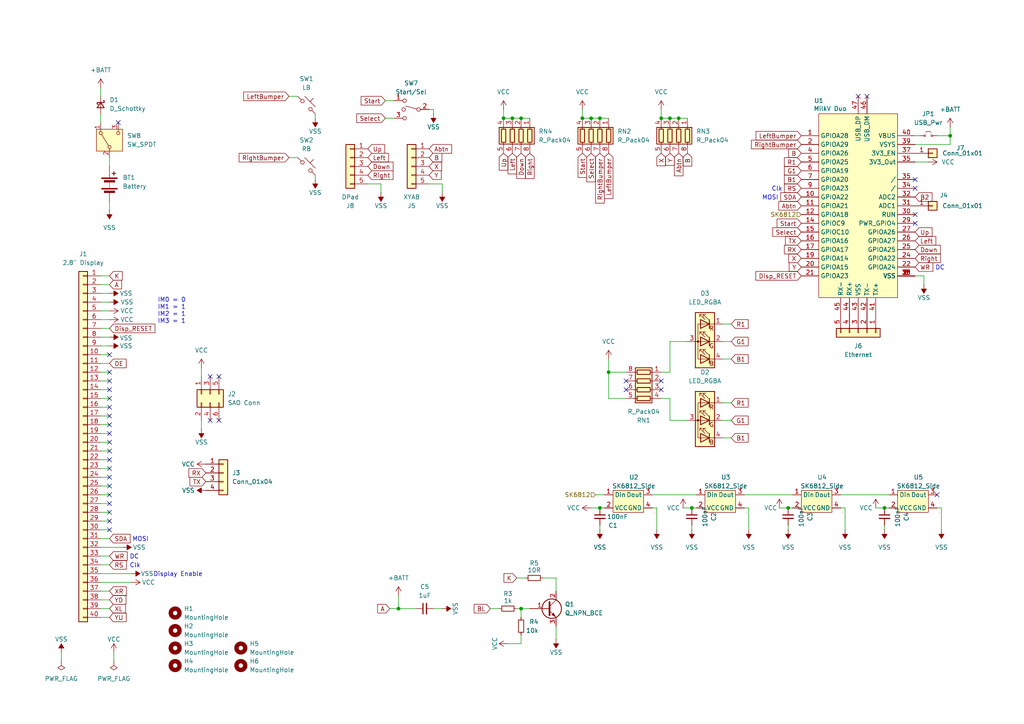
<source format=kicad_sch>
(kicad_sch (version 20231120) (generator "eeschema") (generator_version "8.0")
  (paper "A4")
  (junction (at 173.99 34.29))
  (junction (at 148.59 34.29))
  (junction (at 256.54 147.32))
  (junction (at 151.13 176.53))
  (junction (at 275.59 39.37))
  (junction (at 200.66 147.32))
  (junction (at 191.77 34.29))
  (junction (at 171.45 34.29))
  (junction (at 196.85 34.29))
  (junction (at 176.53 107.95))
  (junction (at 173.99 147.32))
  (junction (at 194.31 34.29))
  (junction (at 146.05 34.29))
  (junction (at 168.91 34.29))
  (junction (at 228.6 147.32))
  (junction (at 115.57 176.53))
  (junction (at 151.13 34.29))
  (no_connect (at 191.77 110.49))
  (no_connect (at 31.75 146.05))
  (no_connect (at 31.75 113.03))
  (no_connect (at 63.5 109.22))
  (no_connect (at 271.78 143.51))
  (no_connect (at 31.75 151.13))
  (no_connect (at 31.75 123.19))
  (no_connect (at 31.75 110.49))
  (no_connect (at 31.75 143.51))
  (no_connect (at 31.75 135.89))
  (no_connect (at 31.75 130.81))
  (no_connect (at 31.75 140.97))
  (no_connect (at 31.75 128.27))
  (no_connect (at 31.75 118.11))
  (no_connect (at 251.46 27.94))
  (no_connect (at 265.43 62.23))
  (no_connect (at 34.29 35.56))
  (no_connect (at 31.75 133.35))
  (no_connect (at 265.43 64.77))
  (no_connect (at 31.75 153.67))
  (no_connect (at 31.75 120.65))
  (no_connect (at 181.61 113.03))
  (no_connect (at 265.43 52.07))
  (no_connect (at 31.75 148.59))
  (no_connect (at 60.96 109.22))
  (no_connect (at 31.75 102.87))
  (no_connect (at 265.43 54.61))
  (no_connect (at 181.61 110.49))
  (no_connect (at 60.96 121.92))
  (no_connect (at 248.92 27.94))
  (no_connect (at 31.75 125.73))
  (no_connect (at 31.75 138.43))
  (no_connect (at 63.5 121.92))
  (no_connect (at 191.77 113.03))
  (no_connect (at 31.75 115.57))
  (no_connect (at 31.75 107.95))
  (wire (pts (xy 173.99 147.32) (xy 175.26 147.32)))
  (wire (pts (xy 190.5 153.67) (xy 190.5 147.32)))
  (wire (pts (xy 161.29 171.45) (xy 161.29 167.64)))
  (wire (pts (xy 29.21 82.55) (xy 31.75 82.55)))
  (wire (pts (xy 29.21 179.07) (xy 31.75 179.07)))
  (wire (pts (xy 29.21 120.65) (xy 31.75 120.65)))
  (wire (pts (xy 273.05 147.32) (xy 271.78 147.32)))
  (wire (pts (xy 29.21 161.29) (xy 31.75 161.29)))
  (wire (pts (xy 29.21 90.17) (xy 31.75 90.17)))
  (wire (pts (xy 29.21 80.01) (xy 31.75 80.01)))
  (wire (pts (xy 161.29 167.64) (xy 157.48 167.64)))
  (wire (pts (xy 215.9 143.51) (xy 229.87 143.51)))
  (wire (pts (xy 243.84 143.51) (xy 257.81 143.51)))
  (wire (pts (xy 29.21 97.79) (xy 31.75 97.79)))
  (wire (pts (xy 191.77 31.75) (xy 191.77 34.29)))
  (wire (pts (xy 194.31 107.95) (xy 191.77 107.95)))
  (wire (pts (xy 200.66 147.32) (xy 201.93 147.32)))
  (wire (pts (xy 189.23 143.51) (xy 201.93 143.51)))
  (wire (pts (xy 149.86 167.64) (xy 152.4 167.64)))
  (wire (pts (xy 267.97 80.01) (xy 265.43 80.01)))
  (wire (pts (xy 29.21 107.95) (xy 31.75 107.95)))
  (wire (pts (xy 271.78 39.37) (xy 275.59 39.37)))
  (wire (pts (xy 142.24 176.53) (xy 144.78 176.53)))
  (wire (pts (xy 128.27 55.88) (xy 128.27 53.34)))
  (wire (pts (xy 196.85 34.29) (xy 199.39 34.29)))
  (wire (pts (xy 29.21 25.4) (xy 29.21 27.94)))
  (wire (pts (xy 245.11 153.67) (xy 245.11 147.32)))
  (wire (pts (xy 217.17 147.32) (xy 215.9 147.32)))
  (wire (pts (xy 83.82 45.72) (xy 86.36 45.72)))
  (wire (pts (xy 273.05 153.67) (xy 273.05 147.32)))
  (wire (pts (xy 29.21 163.83) (xy 31.75 163.83)))
  (wire (pts (xy 146.05 34.29) (xy 148.59 34.29)))
  (wire (pts (xy 29.21 151.13) (xy 31.75 151.13)))
  (wire (pts (xy 29.21 143.51) (xy 31.75 143.51)))
  (wire (pts (xy 29.21 100.33) (xy 31.75 100.33)))
  (wire (pts (xy 147.32 186.69) (xy 151.13 186.69)))
  (wire (pts (xy 200.66 152.4) (xy 200.66 153.67)))
  (wire (pts (xy 171.45 147.32) (xy 173.99 147.32)))
  (wire (pts (xy 146.05 31.75) (xy 146.05 34.29)))
  (wire (pts (xy 190.5 147.32) (xy 189.23 147.32)))
  (wire (pts (xy 226.06 147.32) (xy 228.6 147.32)))
  (wire (pts (xy 29.21 128.27) (xy 31.75 128.27)))
  (wire (pts (xy 17.78 189.23) (xy 17.78 191.77)))
  (wire (pts (xy 110.49 55.88) (xy 110.49 53.34)))
  (wire (pts (xy 168.91 31.75) (xy 168.91 34.29)))
  (wire (pts (xy 31.75 45.72) (xy 31.75 48.26)))
  (wire (pts (xy 91.44 33.02) (xy 91.44 34.29)))
  (wire (pts (xy 125.73 31.75) (xy 125.73 33.02)))
  (wire (pts (xy 29.21 138.43) (xy 31.75 138.43)))
  (wire (pts (xy 29.21 125.73) (xy 31.75 125.73)))
  (wire (pts (xy 58.42 106.68) (xy 58.42 109.22)))
  (wire (pts (xy 194.31 34.29) (xy 196.85 34.29)))
  (wire (pts (xy 228.6 147.32) (xy 229.87 147.32)))
  (wire (pts (xy 245.11 147.32) (xy 243.84 147.32)))
  (wire (pts (xy 209.55 127) (xy 212.09 127)))
  (wire (pts (xy 91.44 50.8) (xy 91.44 52.07)))
  (wire (pts (xy 161.29 181.61) (xy 161.29 185.42)))
  (wire (pts (xy 209.55 99.06) (xy 212.09 99.06)))
  (wire (pts (xy 29.21 176.53) (xy 31.75 176.53)))
  (wire (pts (xy 29.21 140.97) (xy 31.75 140.97)))
  (wire (pts (xy 256.54 152.4) (xy 256.54 153.67)))
  (wire (pts (xy 29.21 130.81) (xy 31.75 130.81)))
  (wire (pts (xy 217.17 153.67) (xy 217.17 147.32)))
  (wire (pts (xy 110.49 53.34) (xy 106.68 53.34)))
  (wire (pts (xy 176.53 107.95) (xy 181.61 107.95)))
  (wire (pts (xy 29.21 158.75) (xy 35.56 158.75)))
  (wire (pts (xy 194.31 115.57) (xy 191.77 115.57)))
  (wire (pts (xy 29.21 171.45) (xy 31.75 171.45)))
  (wire (pts (xy 29.21 173.99) (xy 31.75 173.99)))
  (wire (pts (xy 191.77 34.29) (xy 194.31 34.29)))
  (wire (pts (xy 29.21 118.11) (xy 31.75 118.11)))
  (wire (pts (xy 29.21 85.09) (xy 31.75 85.09)))
  (wire (pts (xy 194.31 99.06) (xy 199.39 99.06)))
  (wire (pts (xy 128.27 53.34) (xy 124.46 53.34)))
  (wire (pts (xy 151.13 34.29) (xy 153.67 34.29)))
  (wire (pts (xy 176.53 107.95) (xy 176.53 104.14)))
  (wire (pts (xy 31.75 58.42) (xy 31.75 60.96)))
  (wire (pts (xy 29.21 135.89) (xy 31.75 135.89)))
  (wire (pts (xy 228.6 152.4) (xy 228.6 153.67)))
  (wire (pts (xy 29.21 92.71) (xy 31.75 92.71)))
  (wire (pts (xy 29.21 123.19) (xy 31.75 123.19)))
  (wire (pts (xy 29.21 133.35) (xy 31.75 133.35)))
  (wire (pts (xy 256.54 147.32) (xy 257.81 147.32)))
  (wire (pts (xy 209.55 121.92) (xy 212.09 121.92)))
  (wire (pts (xy 176.53 115.57) (xy 176.53 107.95)))
  (wire (pts (xy 58.42 121.92) (xy 58.42 124.46)))
  (wire (pts (xy 29.21 168.91) (xy 38.1 168.91)))
  (wire (pts (xy 29.21 87.63) (xy 31.75 87.63)))
  (wire (pts (xy 29.21 156.21) (xy 31.75 156.21)))
  (wire (pts (xy 209.55 104.14) (xy 212.09 104.14)))
  (wire (pts (xy 124.46 31.75) (xy 125.73 31.75)))
  (wire (pts (xy 181.61 115.57) (xy 176.53 115.57)))
  (wire (pts (xy 29.21 153.67) (xy 31.75 153.67)))
  (wire (pts (xy 209.55 116.84) (xy 212.09 116.84)))
  (wire (pts (xy 115.57 172.72) (xy 115.57 176.53)))
  (wire (pts (xy 33.02 189.23) (xy 33.02 191.77)))
  (wire (pts (xy 209.55 93.98) (xy 212.09 93.98)))
  (wire (pts (xy 125.73 176.53) (xy 128.27 176.53)))
  (wire (pts (xy 151.13 176.53) (xy 151.13 179.07)))
  (wire (pts (xy 198.12 147.32) (xy 200.66 147.32)))
  (wire (pts (xy 29.21 105.41) (xy 31.75 105.41)))
  (wire (pts (xy 149.86 176.53) (xy 151.13 176.53)))
  (wire (pts (xy 148.59 34.29) (xy 151.13 34.29)))
  (wire (pts (xy 171.45 34.29) (xy 173.99 34.29)))
  (wire (pts (xy 111.76 29.21) (xy 114.3 29.21)))
  (wire (pts (xy 194.31 121.92) (xy 194.31 115.57)))
  (wire (pts (xy 194.31 121.92) (xy 199.39 121.92)))
  (wire (pts (xy 275.59 39.37) (xy 275.59 36.83)))
  (wire (pts (xy 265.43 39.37) (xy 266.7 39.37)))
  (wire (pts (xy 115.57 176.53) (xy 120.65 176.53)))
  (wire (pts (xy 172.72 143.51) (xy 175.26 143.51)))
  (wire (pts (xy 151.13 186.69) (xy 151.13 184.15)))
  (wire (pts (xy 29.21 113.03) (xy 31.75 113.03)))
  (wire (pts (xy 265.43 41.91) (xy 275.59 41.91)))
  (wire (pts (xy 267.97 82.55) (xy 267.97 80.01)))
  (wire (pts (xy 151.13 176.53) (xy 153.67 176.53)))
  (wire (pts (xy 275.59 41.91) (xy 275.59 39.37)))
  (wire (pts (xy 254 147.32) (xy 256.54 147.32)))
  (wire (pts (xy 168.91 34.29) (xy 171.45 34.29)))
  (wire (pts (xy 173.99 152.4) (xy 173.99 153.67)))
  (wire (pts (xy 173.99 34.29) (xy 176.53 34.29)))
  (wire (pts (xy 29.21 95.25) (xy 31.75 95.25)))
  (wire (pts (xy 29.21 166.37) (xy 38.1 166.37)))
  (wire (pts (xy 29.21 148.59) (xy 31.75 148.59)))
  (wire (pts (xy 29.21 115.57) (xy 31.75 115.57)))
  (wire (pts (xy 29.21 35.56) (xy 29.21 33.02)))
  (wire (pts (xy 29.21 110.49) (xy 31.75 110.49)))
  (wire (pts (xy 265.43 46.99) (xy 269.24 46.99)))
  (wire (pts (xy 29.21 146.05) (xy 31.75 146.05)))
  (wire (pts (xy 83.82 27.94) (xy 86.36 27.94)))
  (wire (pts (xy 113.03 176.53) (xy 115.57 176.53)))
  (wire (pts (xy 111.76 34.29) (xy 114.3 34.29)))
  (wire (pts (xy 29.21 102.87) (xy 31.75 102.87)))
  (wire (pts (xy 194.31 99.06) (xy 194.31 107.95)))
  (text "DC" (at 271.272 78.486 0) (effects (font (size 1.27 1.27)) (justify left bottom)))
  (text "Clk\n" (at 223.774 55.626 0) (effects (font (size 1.27 1.27)) (justify left bottom)))
  (text "Clk\n" (at 37.592 164.846 0) (effects (font (size 1.27 1.27)) (justify left bottom)))
  (text "Display Enable\n" (at 44.45 167.386 0) (effects (font (size 1.27 1.27)) (justify left bottom)))
  (text "MOSI" (at 225.806 58.166 0) (effects (font (size 1.27 1.27)) (justify right bottom)))
  (text "MOSI" (at 38.354 157.226 0) (effects (font (size 1.27 1.27)) (justify left bottom)))
  (text "IM0 = 0\nIM1 = 1\nIM2 = 1\nIM3 = 1" (at 45.72 93.98 0) (effects (font (size 1.27 1.27)) (justify left bottom)))
  (text "DC" (at 37.592 162.306 0) (effects (font (size 1.27 1.27)) (justify left bottom)))
  (global_label "B2" (shape input) (at 265.43 57.15 0) (property "Intersheetrefs" "${INTERSHEET_REFS}" (effects (hide yes))))
  (global_label "LeftBumper" (shape input) (at 83.82 27.94 180) (property "Intersheetrefs" "${INTERSHEET_REFS}" (effects (hide yes))))
  (global_label "RX" (shape input) (at 232.41 72.39 180) (property "Intersheetrefs" "${INTERSHEET_REFS}" (effects (hide yes))))
  (global_label "Y" (shape input) (at 124.46 50.8 0) (property "Intersheetrefs" "${INTERSHEET_REFS}" (effects (hide yes))))
  (global_label "B" (shape input) (at 232.41 44.45 180) (property "Intersheetrefs" "${INTERSHEET_REFS}" (effects (hide yes))))
  (global_label "Disp_RESET" (shape input) (at 31.75 95.25 0) (property "Intersheetrefs" "${INTERSHEET_REFS}" (effects (hide yes))))
  (global_label "B1" (shape input) (at 212.09 127 0) (property "Intersheetrefs" "${INTERSHEET_REFS}" (effects (hide yes))))
  (global_label "Abtn" (shape input) (at 196.85 44.45 270) (property "Intersheetrefs" "${INTERSHEET_REFS}" (effects (hide yes))))
  (global_label "R1" (shape input) (at 232.41 46.99 180) (property "Intersheetrefs" "${INTERSHEET_REFS}" (effects (hide yes))))
  (global_label "G1" (shape input) (at 232.41 49.53 180) (property "Intersheetrefs" "${INTERSHEET_REFS}" (effects (hide yes))))
  (global_label "Up" (shape input) (at 106.68 43.18 0) (property "Intersheetrefs" "${INTERSHEET_REFS}" (effects (hide yes))))
  (global_label "Right" (shape input) (at 153.67 44.45 270) (property "Intersheetrefs" "${INTERSHEET_REFS}" (effects (hide yes))))
  (global_label "K" (shape input) (at 149.86 167.64 180) (property "Intersheetrefs" "${INTERSHEET_REFS}" (effects (hide yes))))
  (global_label "R1" (shape input) (at 212.09 93.98 0) (property "Intersheetrefs" "${INTERSHEET_REFS}" (effects (hide yes))))
  (global_label "RightBumper" (shape input) (at 232.41 41.91 180) (property "Intersheetrefs" "${INTERSHEET_REFS}" (effects (hide yes))))
  (global_label "B1" (shape input) (at 232.41 52.07 180) (property "Intersheetrefs" "${INTERSHEET_REFS}" (effects (hide yes))))
  (global_label "X" (shape input) (at 124.46 48.26 0) (property "Intersheetrefs" "${INTERSHEET_REFS}" (effects (hide yes))))
  (global_label "Left" (shape input) (at 148.59 44.45 270) (property "Intersheetrefs" "${INTERSHEET_REFS}" (effects (hide yes))))
  (global_label "Y" (shape input) (at 232.41 77.47 180) (property "Intersheetrefs" "${INTERSHEET_REFS}" (effects (hide yes))))
  (global_label "Abtn" (shape input) (at 232.41 59.69 180) (property "Intersheetrefs" "${INTERSHEET_REFS}" (effects (hide yes))))
  (global_label "WR" (shape input) (at 31.75 161.29 0) (property "Intersheetrefs" "${INTERSHEET_REFS}" (effects (hide yes))))
  (global_label "Right" (shape input) (at 265.43 74.93 0) (property "Intersheetrefs" "${INTERSHEET_REFS}" (effects (hide yes))))
  (global_label "Right" (shape input) (at 106.68 50.8 0) (property "Intersheetrefs" "${INTERSHEET_REFS}" (effects (hide yes))))
  (global_label "Left" (shape input) (at 265.43 69.85 0) (property "Intersheetrefs" "${INTERSHEET_REFS}" (effects (hide yes))))
  (global_label "Select" (shape input) (at 111.76 34.29 180) (property "Intersheetrefs" "${INTERSHEET_REFS}" (effects (hide yes))))
  (global_label "G1" (shape input) (at 212.09 121.92 0) (property "Intersheetrefs" "${INTERSHEET_REFS}" (effects (hide yes))))
  (global_label "Down" (shape input) (at 265.43 72.39 0) (property "Intersheetrefs" "${INTERSHEET_REFS}" (effects (hide yes))))
  (global_label "Select" (shape input) (at 171.45 44.45 270) (property "Intersheetrefs" "${INTERSHEET_REFS}" (effects (hide yes))))
  (global_label "SDA" (shape input) (at 232.41 57.15 180) (property "Intersheetrefs" "${INTERSHEET_REFS}" (effects (hide yes))))
  (global_label "XR" (shape input) (at 31.75 171.45 0) (property "Intersheetrefs" "${INTERSHEET_REFS}" (effects (hide yes))))
  (global_label "XL" (shape input) (at 31.75 176.53 0) (property "Intersheetrefs" "${INTERSHEET_REFS}" (effects (hide yes))))
  (global_label "TX" (shape input) (at 232.41 69.85 180) (property "Intersheetrefs" "${INTERSHEET_REFS}" (effects (hide yes))))
  (global_label "Select" (shape input) (at 232.41 67.31 180) (property "Intersheetrefs" "${INTERSHEET_REFS}" (effects (hide yes))))
  (global_label "Up" (shape input) (at 265.43 67.31 0) (property "Intersheetrefs" "${INTERSHEET_REFS}" (effects (hide yes))))
  (global_label "Left" (shape input) (at 106.68 45.72 0) (property "Intersheetrefs" "${INTERSHEET_REFS}" (effects (hide yes))))
  (global_label "Down" (shape input) (at 151.13 44.45 270) (property "Intersheetrefs" "${INTERSHEET_REFS}" (effects (hide yes))))
  (global_label "SDA" (shape input) (at 31.75 156.21 0) (property "Intersheetrefs" "${INTERSHEET_REFS}" (effects (hide yes))))
  (global_label "B1" (shape input) (at 212.09 104.14 0) (property "Intersheetrefs" "${INTERSHEET_REFS}" (effects (hide yes))))
  (global_label "X" (shape input) (at 191.77 44.45 270) (property "Intersheetrefs" "${INTERSHEET_REFS}" (effects (hide yes))))
  (global_label "B" (shape input) (at 199.39 44.45 270) (property "Intersheetrefs" "${INTERSHEET_REFS}" (effects (hide yes))))
  (global_label "Up" (shape input) (at 146.05 44.45 270) (property "Intersheetrefs" "${INTERSHEET_REFS}" (effects (hide yes))))
  (global_label "Abtn" (shape input) (at 124.46 43.18 0) (property "Intersheetrefs" "${INTERSHEET_REFS}" (effects (hide yes))))
  (global_label "BL" (shape input) (at 142.24 176.53 180) (property "Intersheetrefs" "${INTERSHEET_REFS}" (effects (hide yes))))
  (global_label "Disp_RESET" (shape input) (at 232.41 80.01 180) (property "Intersheetrefs" "${INTERSHEET_REFS}" (effects (hide yes))))
  (global_label "RightBumper" (shape input) (at 83.82 45.72 180) (property "Intersheetrefs" "${INTERSHEET_REFS}" (effects (hide yes))))
  (global_label "TX" (shape input) (at 59.69 139.7 180) (property "Intersheetrefs" "${INTERSHEET_REFS}" (effects (hide yes))))
  (global_label "A" (shape input) (at 31.75 82.55 0) (property "Intersheetrefs" "${INTERSHEET_REFS}" (effects (hide yes))))
  (global_label "Start" (shape input) (at 111.76 29.21 180) (property "Intersheetrefs" "${INTERSHEET_REFS}" (effects (hide yes))))
  (global_label "Down" (shape input) (at 106.68 48.26 0) (property "Intersheetrefs" "${INTERSHEET_REFS}" (effects (hide yes))))
  (global_label "RS" (shape input) (at 232.41 54.61 180) (property "Intersheetrefs" "${INTERSHEET_REFS}" (effects (hide yes))))
  (global_label "RX" (shape input) (at 59.69 137.16 180) (property "Intersheetrefs" "${INTERSHEET_REFS}" (effects (hide yes))))
  (global_label "RightBumper" (shape input) (at 173.99 44.45 270) (property "Intersheetrefs" "${INTERSHEET_REFS}" (effects (hide yes))))
  (global_label "YU" (shape input) (at 31.75 179.07 0) (property "Intersheetrefs" "${INTERSHEET_REFS}" (effects (hide yes))))
  (global_label "B" (shape input) (at 124.46 45.72 0) (property "Intersheetrefs" "${INTERSHEET_REFS}" (effects (hide yes))))
  (global_label "X" (shape input) (at 232.41 74.93 180) (property "Intersheetrefs" "${INTERSHEET_REFS}" (effects (hide yes))))
  (global_label "LeftBumper" (shape input) (at 176.53 44.45 270) (property "Intersheetrefs" "${INTERSHEET_REFS}" (effects (hide yes))))
  (global_label "Y" (shape input) (at 194.31 44.45 270) (property "Intersheetrefs" "${INTERSHEET_REFS}" (effects (hide yes))))
  (global_label "Start" (shape input) (at 232.41 64.77 180) (property "Intersheetrefs" "${INTERSHEET_REFS}" (effects (hide yes))))
  (global_label "R1" (shape input) (at 212.09 116.84 0) (property "Intersheetrefs" "${INTERSHEET_REFS}" (effects (hide yes))))
  (global_label "Start" (shape input) (at 168.91 44.45 270) (property "Intersheetrefs" "${INTERSHEET_REFS}" (effects (hide yes))))
  (global_label "YD" (shape input) (at 31.75 173.99 0) (property "Intersheetrefs" "${INTERSHEET_REFS}" (effects (hide yes))))
  (global_label "WR" (shape input) (at 265.43 77.47 0) (property "Intersheetrefs" "${INTERSHEET_REFS}" (effects (hide yes))))
  (global_label "A" (shape input) (at 113.03 176.53 180) (property "Intersheetrefs" "${INTERSHEET_REFS}" (effects (hide yes))))
  (global_label "G1" (shape input) (at 212.09 99.06 0) (property "Intersheetrefs" "${INTERSHEET_REFS}" (effects (hide yes))))
  (global_label "DE" (shape input) (at 31.75 105.41 0) (property "Intersheetrefs" "${INTERSHEET_REFS}" (effects (hide yes))))
  (global_label "K" (shape input) (at 31.75 80.01 0) (property "Intersheetrefs" "${INTERSHEET_REFS}" (effects (hide yes))))
  (global_label "RS" (shape input) (at 31.75 163.83 0) (property "Intersheetrefs" "${INTERSHEET_REFS}" (effects (hide yes))))
  (global_label "LeftBumper" (shape input) (at 232.41 39.37 180) (property "Intersheetrefs" "${INTERSHEET_REFS}" (effects (hide yes))))
  (hierarchical_label "SK6812" (shape input) (at 232.41 62.23 180))
  (hierarchical_label "SK6812" (shape input) (at 172.72 143.51 180))
  (symbol (lib_id "Connector_Generic:Conn_01x01") (at 270.51 59.69 0) (unit 1)
    (property "Reference" "J4" (at 272.542 56.642 0) (effects (justify left)))
    (property "Value" "Conn_01x01" (at 273.304 59.69 0) (effects (justify left)))
    (property "Footprint" "Connector_PinHeader_2.54mm:PinHeader_1x01_P2.54mm_Vertical" (effects (hide yes)))
    (property "Description" "Generic connector, single row, 01x01, script generated (kicad-library-utils/schlib/autogen/connector/)" (effects (hide yes)))
  )
  (symbol (lib_id "Connector_Generic:Conn_02x03_Odd_Even") (at 60.96 114.3 90) (mirror x) (unit 1)
    (property "Reference" "J2" (at 66.04 114.2999 90) (effects (justify right)))
    (property "Value" "SAO Conn" (at 66.04 116.8399 90) (effects (justify right)))
    (property "Footprint" "Connector_PinSocket_2.54mm:PinSocket_2x03_P2.54mm_Vertical" (effects (hide yes)))
  )
  (symbol (lib_id "power:VCC") (at 31.75 90.17 270) (mirror x) (unit 1)
    (property "Reference" "#PWR03" (effects (hide yes)))
    (property "Value" "VCC" (at 36.83 90.17 90))
  )
  (symbol (lib_id "power:+BATT") (at 115.57 172.72 0) (unit 1)
    (property "Reference" "#PWR011" (effects (hide yes)))
    (property "Value" "+BATT" (at 115.57 167.64 0))
    (property "Description" "Power symbol creates a global label with name \"+BATT\"" (effects (hide yes)))
  )
  (symbol (lib_id "power:VSS") (at 35.56 158.75 270) (unit 1)
    (property "Reference" "#PWR05" (effects (hide yes)))
    (property "Value" "VSS" (at 40.386 158.75 90))
  )
  (symbol (lib_id "Device:C_Small") (at 200.66 149.86 0) (unit 1)
    (property "Reference" "C2" (at 207.01 149.86 90))
    (property "Value" "100nF" (at 204.47 149.86 90))
    (property "Footprint" "Capacitor_SMD:C_0805_2012Metric" (effects (hide yes)))
  )
  (symbol (lib_id "power:VCC") (at 31.75 92.71 270) (mirror x) (unit 1)
    (property "Reference" "#PWR04" (effects (hide yes)))
    (property "Value" "VCC" (at 36.83 92.71 90))
  )
  (symbol (lib_id "Connector_Generic:Conn_01x01") (at 270.51 44.45 0) (unit 1)
    (property "Reference" "J7" (at 277.368 42.926 0) (effects (justify left)))
    (property "Value" "Conn_01x01" (at 273.304 44.45 0) (effects (justify left)))
    (property "Footprint" "Connector_PinHeader_2.54mm:PinHeader_1x01_P2.54mm_Vertical" (effects (hide yes)))
    (property "Description" "Generic connector, single row, 01x01, script generated (kicad-library-utils/schlib/autogen/connector/)" (effects (hide yes)))
  )
  (symbol (lib_id "power:VSS") (at 273.05 153.67 180) (unit 1)
    (property "Reference" "#PWR032" (effects (hide yes)))
    (property "Value" "VSS" (at 273.05 158.75 0))
  )
  (symbol (lib_id "power:VCC") (at 33.02 189.23 0) (mirror y) (unit 1)
    (property "Reference" "#PWR039" (effects (hide yes)))
    (property "Value" "VCC" (at 33.02 185.42 0))
  )
  (symbol (lib_name "SK6812_Side_2") (lib_id "BSides22:SK6812_Side") (at 182.88 140.97 0) (unit 1)
    (property "Reference" "U2" (at 183.8325 138.43 0))
    (property "Value" "SK6812_Side" (at 183.8325 140.97 0))
    (property "Footprint" "UE_LED:SK6812SIDE-A-RVS" (effects (hide yes)))
  )
  (symbol (lib_id "power:VCC") (at 147.32 186.69 90) (mirror x) (unit 1)
    (property "Reference" "#PWR035" (effects (hide yes)))
    (property "Value" "VCC" (at 143.51 186.69 0))
  )
  (symbol (lib_id "Device:R_Pack04") (at 194.31 39.37 180) (unit 1)
    (property "Reference" "RN3" (at 201.93 38.0999 0) (effects (justify right)))
    (property "Value" "R_Pack04" (at 201.93 40.6399 0) (effects (justify right)))
    (property "Footprint" "Resistor_SMD:R_Array_Convex_4x0603" (effects (hide yes)))
    (property "Description" "4 resistor network, parallel topology" (effects (hide yes)))
  )
  (symbol (lib_id "power:VSS") (at 173.99 153.67 180) (unit 1)
    (property "Reference" "#PWR022" (effects (hide yes)))
    (property "Value" "VSS" (at 173.99 158.75 0))
  )
  (symbol (lib_id "power:VSS") (at 267.97 82.55 180) (unit 1)
    (property "Reference" "#PWR046" (effects (hide yes)))
    (property "Value" "VSS" (at 267.97 86.36 0))
  )
  (symbol (lib_name "VCC_1") (lib_id "power:VCC") (at 168.91 31.75 0) (unit 1)
    (property "Reference" "#PWR019" (effects (hide yes)))
    (property "Value" "VCC" (at 168.91 26.67 0))
    (property "Description" "Power symbol creates a global label with name \"VCC\"" (effects (hide yes)))
  )
  (symbol (lib_id "power:VCC") (at 171.45 147.32 90) (unit 1)
    (property "Reference" "#PWR021" (effects (hide yes)))
    (property "Value" "VCC" (at 166.37 147.32 90))
  )
  (symbol (lib_name "LED_RGBA_1") (lib_id "Device:LED_RGBA") (at 204.47 99.06 0) (mirror y) (unit 1)
    (property "Reference" "D3" (at 204.47 85.09 0))
    (property "Value" "LED_RGBA" (at 204.47 87.63 0))
    (property "Footprint" "UE_LED:XL-3227RGB_LED" (effects (hide yes)))
  )
  (symbol (lib_id "Jumper:Jumper_2_Small_Open") (at 269.24 39.37 0) (unit 1) (exclude_from_sim yes)
    (property "Reference" "JP1" (at 269.24 33.02 0))
    (property "Value" "USB_Pwr" (at 269.24 35.56 0))
    (property "Footprint" "Jumper:SolderJumper-2_P1.3mm_Open_TrianglePad1.0x1.5mm" (effects (hide yes)))
    (property "Description" "Jumper, 2-pole, small symbol, open" (effects (hide yes)))
  )
  (symbol (lib_id "power:VCC") (at 176.53 104.14 0) (mirror y) (unit 1)
    (property "Reference" "#PWR015" (effects (hide yes)))
    (property "Value" "VCC" (at 176.53 99.06 0))
  )
  (symbol (lib_id "power:PWR_FLAG") (at 17.78 191.77 180) (unit 1)
    (property "Reference" "#FLG02" (effects (hide yes)))
    (property "Value" "PWR_FLAG" (at 17.78 196.85 0))
  )
  (symbol (lib_id "power:+BATT") (at 275.59 36.83 0) (unit 1)
    (property "Reference" "#PWR040" (effects (hide yes)))
    (property "Value" "+BATT" (at 275.59 31.75 0))
    (property "Description" "Power symbol creates a global label with name \"+BATT\"" (effects (hide yes)))
  )
  (symbol (lib_id "Mechanical:MountingHole") (at 69.85 193.04 0) (unit 1)
    (property "Reference" "H6" (at 72.39 191.7699 0) (effects (justify left)))
    (property "Value" "MountingHole" (at 72.39 194.3099 0) (effects (justify left)))
    (property "Footprint" "MountingHole:MountingHole_3.2mm_M3" (effects (hide yes)))
    (property "Description" "Mounting Hole without connection" (effects (hide yes)))
  )
  (symbol (lib_id "power:VSS") (at 128.27 55.88 180) (unit 1)
    (property "Reference" "#PWR014" (effects (hide yes)))
    (property "Value" "VSS" (at 128.27 59.69 0))
  )
  (symbol (lib_id "power:VSS") (at 256.54 153.67 180) (unit 1)
    (property "Reference" "#PWR031" (effects (hide yes)))
    (property "Value" "VSS" (at 256.54 158.75 0))
  )
  (symbol (lib_id "Device:C_Small") (at 173.99 149.86 0) (unit 1)
    (property "Reference" "C1" (at 177.8 152.4 0))
    (property "Value" "100nF" (at 179.07 149.86 0))
    (property "Footprint" "Capacitor_SMD:C_0805_2012Metric" (effects (hide yes)))
  )
  (symbol (lib_id "power:VSS") (at 91.44 52.07 180) (unit 1)
    (property "Reference" "#PWR013" (effects (hide yes)))
    (property "Value" "VSS" (at 91.44 55.88 0))
  )
  (symbol (lib_name "VCC_1") (lib_id "power:VCC") (at 146.05 31.75 0) (unit 1)
    (property "Reference" "#PWR033" (effects (hide yes)))
    (property "Value" "VCC" (at 146.05 26.67 0))
    (property "Description" "Power symbol creates a global label with name \"VCC\"" (effects (hide yes)))
  )
  (symbol (lib_name "VCC_1") (lib_id "power:VCC") (at 38.1 168.91 270) (unit 1)
    (property "Reference" "#PWR037" (effects (hide yes)))
    (property "Value" "VCC" (at 41.148 168.91 90) (effects (justify left)))
    (property "Description" "Power symbol creates a global label with name \"VCC\"" (effects (hide yes)))
  )
  (symbol (lib_id "power:VSS") (at 17.78 189.23 0) (unit 1)
    (property "Reference" "#PWR038" (effects (hide yes)))
    (property "Value" "VSS" (at 17.78 185.42 0))
  )
  (symbol (lib_id "Device:R_Pack04") (at 171.45 39.37 180) (unit 1)
    (property "Reference" "RN2" (at 179.07 38.0999 0) (effects (justify right)))
    (property "Value" "R_Pack04" (at 179.07 40.6399 0) (effects (justify right)))
    (property "Footprint" "Resistor_SMD:R_Array_Convex_4x0603" (effects (hide yes)))
    (property "Description" "4 resistor network, parallel topology" (effects (hide yes)))
  )
  (symbol (lib_id "Switch:SW_SPDT_MSM") (at 119.38 31.75 0) (mirror y) (unit 1)
    (property "Reference" "SW7" (at 119.253 24.13 0))
    (property "Value" "Start/Sel" (at 119.253 26.67 0))
    (property "Footprint" "UE_Buttons:StartSel-Dome" (effects (hide yes)))
  )
  (symbol (lib_id "Connector_Generic:Conn_01x05") (at 101.6 48.26 0) (mirror y) (unit 1)
    (property "Reference" "J8" (at 101.6 59.69 0))
    (property "Value" "DPad" (at 101.6 57.15 0))
    (property "Footprint" "UE_Buttons:Xbox_DPad" (effects (hide yes)))
    (property "Description" "Generic connector, single row, 01x05, script generated (kicad-library-utils/schlib/autogen/connector/)" (effects (hide yes)))
  )
  (symbol (lib_id "power:VSS") (at 31.75 87.63 270) (unit 1)
    (property "Reference" "#PWR02" (effects (hide yes)))
    (property "Value" "VSS" (at 36.83 87.63 90))
  )
  (symbol (lib_id "Connector_Generic:Conn_01x05") (at 119.38 48.26 0) (mirror y) (unit 1)
    (property "Reference" "J5" (at 119.38 59.69 0))
    (property "Value" "XYAB" (at 119.38 57.15 0))
    (property "Footprint" "UE_Buttons:Xbox_DPad" (effects (hide yes)))
    (property "Description" "Generic connector, single row, 01x05, script generated (kicad-library-utils/schlib/autogen/connector/)" (effects (hide yes)))
  )
  (symbol (lib_name "LED_RGBA_1") (lib_id "Device:LED_RGBA") (at 204.47 121.92 0) (mirror y) (unit 1)
    (property "Reference" "D2" (at 204.47 107.95 0))
    (property "Value" "LED_RGBA" (at 204.47 110.49 0))
    (property "Footprint" "UE_LED:XL-3227RGB_LED" (effects (hide yes)))
  )
  (symbol (lib_id "power:VSS") (at 91.44 34.29 180) (unit 1)
    (property "Reference" "#PWR012" (effects (hide yes)))
    (property "Value" "VSS" (at 91.44 38.1 0))
  )
  (symbol (lib_id "Device:R_Pack04") (at 148.59 39.37 180) (unit 1)
    (property "Reference" "RN4" (at 156.21 38.0999 0) (effects (justify right)))
    (property "Value" "R_Pack04" (at 156.21 40.6399 0) (effects (justify right)))
    (property "Footprint" "Resistor_SMD:R_Array_Convex_4x0603" (effects (hide yes)))
    (property "Description" "4 resistor network, parallel topology" (effects (hide yes)))
  )
  (symbol (lib_id "Device:C_Small") (at 123.19 176.53 90) (unit 1)
    (property "Reference" "C5" (at 123.1963 170.18 90))
    (property "Value" "1uF" (at 123.1963 172.72 90))
    (property "Footprint" "Capacitor_SMD:C_0805_2012Metric" (effects (hide yes)))
  )
  (symbol (lib_name "SK6812_Side_7") (lib_id "BSides22:SK6812_Side") (at 265.43 140.97 0) (unit 1)
    (property "Reference" "U5" (at 266.3825 138.43 0))
    (property "Value" "SK6812_Side" (at 266.3825 140.97 0))
    (property "Footprint" "UE_LED:SK6812SIDE-A-RVS" (effects (hide yes)))
  )
  (symbol (lib_name "VCC_1") (lib_id "power:VCC") (at 58.42 106.68 0) (unit 1)
    (property "Reference" "#PWR016" (effects (hide yes)))
    (property "Value" "VCC" (at 58.42 101.6 0))
    (property "Description" "Power symbol creates a global label with name \"VCC\"" (effects (hide yes)))
  )
  (symbol (lib_id "Device:R_Small") (at 151.13 181.61 180) (unit 1)
    (property "Reference" "R4" (at 156.21 180.34 0) (effects (justify left)))
    (property "Value" "10k" (at 156.21 182.88 0) (effects (justify left)))
    (property "Footprint" "Resistor_SMD:R_0805_2012Metric" (effects (hide yes)))
  )
  (symbol (lib_name "SK6812_Side_1") (lib_id "BSides22:SK6812_Side") (at 209.55 140.97 0) (unit 1)
    (property "Reference" "U3" (at 210.5025 138.43 0))
    (property "Value" "SK6812_Side" (at 210.5025 140.97 0))
    (property "Footprint" "UE_LED:SK6812SIDE-A-RVS" (effects (hide yes)))
  )
  (symbol (lib_id "power:VSS") (at 125.73 33.02 180) (unit 1)
    (property "Reference" "#PWR018" (effects (hide yes)))
    (property "Value" "VSS" (at 125.73 36.83 0))
  )
  (symbol (lib_id "power:VCC") (at 226.06 147.32 0) (unit 1)
    (property "Reference" "#PWR027" (effects (hide yes)))
    (property "Value" "VCC" (at 223.52 147.32 0))
  )
  (symbol (lib_id "Mechanical:MountingHole") (at 69.85 187.96 0) (unit 1)
    (property "Reference" "H5" (at 72.39 186.6899 0) (effects (justify left)))
    (property "Value" "MountingHole" (at 72.39 189.2299 0) (effects (justify left)))
    (property "Footprint" "MountingHole:MountingHole_3.2mm_M3" (effects (hide yes)))
    (property "Description" "Mounting Hole without connection" (effects (hide yes)))
  )
  (symbol (lib_id "Device:R_Small") (at 154.94 167.64 90) (unit 1)
    (property "Reference" "R5" (at 154.94 163.322 90))
    (property "Value" "10R" (at 154.94 165.354 90))
    (property "Footprint" "Resistor_SMD:R_0805_2012Metric" (effects (hide yes)))
  )
  (symbol (lib_id "power:VSS") (at 31.75 60.96 180) (unit 1)
    (property "Reference" "#PWR01" (effects (hide yes)))
    (property "Value" "VSS" (at 31.75 66.04 0))
    (property "Description" "Power symbol creates a global label with name \"VSS\"" (effects (hide yes)))
  )
  (symbol (lib_id "Switch:SW_Push_45deg") (at 88.9 30.48 0) (unit 1)
    (property "Reference" "SW1" (at 88.9 22.86 0))
    (property "Value" "LB" (at 88.9 25.4 0))
    (property "Footprint" "UE_Buttons:TSB003A3518A_RightAngle_Anchor" (effects (hide yes)))
  )
  (symbol (lib_id "Connector_Generic:Conn_01x40") (at 24.13 128.27 0) (mirror y) (unit 1)
    (property "Reference" "J1" (at 24.13 73.66 0))
    (property "Value" "2.8\" Display" (at 24.13 76.2 0))
    (property "Footprint" "UE-Connector:Omron_XF2M-4015-1A_1x40-1MP_P0.5mm_Horizontal" (effects (hide yes)))
  )
  (symbol (lib_id "power:VSS") (at 38.1 166.37 270) (unit 1)
    (property "Reference" "#PWR09" (effects (hide yes)))
    (property "Value" "VSS" (at 42.672 166.37 90))
  )
  (symbol (lib_id "Device:R_Small") (at 147.32 176.53 90) (unit 1)
    (property "Reference" "R3" (at 147.32 172.212 90))
    (property "Value" "1k" (at 147.32 174.244 90))
    (property "Footprint" "Resistor_SMD:R_0805_2012Metric" (effects (hide yes)))
  )
  (symbol (lib_id "Device:C_Small") (at 228.6 149.86 0) (unit 1)
    (property "Reference" "C3" (at 234.95 149.86 90))
    (property "Value" "100nF" (at 232.41 149.86 90))
    (property "Footprint" "Capacitor_SMD:C_0805_2012Metric" (effects (hide yes)))
  )
  (symbol (lib_id "Mechanical:MountingHole") (at 50.8 187.96 0) (unit 1)
    (property "Reference" "H3" (at 53.34 186.6899 0) (effects (justify left)))
    (property "Value" "MountingHole" (at 53.34 189.2299 0) (effects (justify left)))
    (property "Footprint" "MountingHole:MountingHole_3.2mm_M3" (effects (hide yes)))
    (property "Description" "Mounting Hole without connection" (effects (hide yes)))
  )
  (symbol (lib_id "power:VSS") (at 228.6 153.67 180) (unit 1)
    (property "Reference" "#PWR028" (effects (hide yes)))
    (property "Value" "VSS" (at 228.6 158.75 0))
  )
  (symbol (lib_id "power:+BATT") (at 29.21 25.4 0) (unit 1)
    (property "Reference" "#PWR041" (effects (hide yes)))
    (property "Value" "+BATT" (at 29.21 20.32 0))
    (property "Description" "Power symbol creates a global label with name \"+BATT\"" (effects (hide yes)))
  )
  (symbol (lib_id "Device:C_Small") (at 256.54 149.86 0) (unit 1)
    (property "Reference" "C4" (at 262.89 149.86 90))
    (property "Value" "100nF" (at 260.35 149.86 90))
    (property "Footprint" "Capacitor_SMD:C_0805_2012Metric" (effects (hide yes)))
  )
  (symbol (lib_id "Device:D_Schottky_Small") (at 29.21 30.48 270) (unit 1)
    (property "Reference" "D1" (at 31.75 28.9559 90) (effects (justify left)))
    (property "Value" "D_Schottky" (at 31.75 31.4959 90) (effects (justify left)))
    (property "Footprint" "Diode_SMD:D_0805_2012Metric" (effects (hide yes)))
    (property "Description" "Schottky diode, small symbol" (effects (hide yes)))
  )
  (symbol (lib_id "power:VSS") (at 200.66 153.67 180) (unit 1)
    (property "Reference" "#PWR025" (effects (hide yes)))
    (property "Value" "VSS" (at 200.66 158.75 0))
  )
  (symbol (lib_id "Switch:SW_Push_45deg") (at 88.9 48.26 0) (unit 1)
    (property "Reference" "SW2" (at 88.9 40.64 0))
    (property "Value" "RB" (at 88.9 43.18 0))
    (property "Footprint" "UE_Buttons:TSB003A3518A_RightAngle_Anchor" (effects (hide yes)))
  )
  (symbol (lib_id "Device:R_Pack04") (at 186.69 113.03 90) (mirror x) (unit 1)
    (property "Reference" "RN1" (at 186.69 121.92 90))
    (property "Value" "R_Pack04" (at 186.69 119.38 90))
    (property "Footprint" "Resistor_SMD:R_Array_Convex_4x0603" (effects (hide yes)))
    (property "Description" "4 resistor network, parallel topology" (effects (hide yes)))
  )
  (symbol (lib_id "power:VSS") (at 31.75 100.33 270) (unit 1)
    (property "Reference" "#PWR08" (effects (hide yes)))
    (property "Value" "VSS" (at 36.576 100.33 90))
  )
  (symbol (lib_id "Device:Battery") (at 31.75 53.34 0) (unit 1)
    (property "Reference" "BT1" (at 35.56 51.4984 0) (effects (justify left)))
    (property "Value" "Battery" (at 35.56 54.0384 0) (effects (justify left)))
    (property "Footprint" "UE-Battery:AAA_TH_UM-4" (effects (hide yes)))
    (property "Description" "Multiple-cell battery" (effects (hide yes)))
  )
  (symbol (lib_id "Device:Q_NPN_BCE") (at 158.75 176.53 0) (unit 1)
    (property "Reference" "Q1" (at 163.83 175.2599 0) (effects (justify left)))
    (property "Value" "Q_NPN_BCE" (at 163.83 177.7999 0) (effects (justify left)))
    (property "Footprint" "Package_TO_SOT_SMD:SOT-23" (effects (hide yes)))
  )
  (symbol (lib_id "power:VSS") (at 58.42 124.46 180) (unit 1)
    (property "Reference" "#PWR042" (effects (hide yes)))
    (property "Value" "VSS" (at 58.42 128.27 0))
  )
  (symbol (lib_id "power:VSS") (at 110.49 55.88 180) (unit 1)
    (property "Reference" "#PWR051" (effects (hide yes)))
    (property "Value" "VSS" (at 110.49 59.69 0))
  )
  (symbol (lib_id "power:VSS") (at 245.11 153.67 180) (unit 1)
    (property "Reference" "#PWR029" (effects (hide yes)))
    (property "Value" "VSS" (at 245.11 158.75 0))
  )
  (symbol (lib_id "Mechanical:MountingHole") (at 50.8 177.8 0) (unit 1)
    (property "Reference" "H1" (at 53.34 176.5299 0) (effects (justify left)))
    (property "Value" "MountingHole" (at 53.34 179.0699 0) (effects (justify left)))
    (property "Footprint" "MountingHole:MountingHole_3.2mm_M3" (effects (hide yes)))
    (property "Description" "Mounting Hole without connection" (effects (hide yes)))
  )
  (symbol (lib_name "VCC_1") (lib_id "power:VCC") (at 191.77 31.75 0) (unit 1)
    (property "Reference" "#PWR020" (effects (hide yes)))
    (property "Value" "VCC" (at 191.77 26.67 0))
    (property "Description" "Power symbol creates a global label with name \"VCC\"" (effects (hide yes)))
  )
  (symbol (lib_id "power:VSS") (at 217.17 153.67 180) (unit 1)
    (property "Reference" "#PWR026" (effects (hide yes)))
    (property "Value" "VSS" (at 217.17 158.75 0))
  )
  (symbol (lib_id "power:VSS") (at 190.5 153.67 180) (unit 1)
    (property "Reference" "#PWR023" (effects (hide yes)))
    (property "Value" "VSS" (at 190.5 158.75 0))
  )
  (symbol (lib_id "power:VCC") (at 198.12 147.32 0) (unit 1)
    (property "Reference" "#PWR024" (effects (hide yes)))
    (property "Value" "VCC" (at 195.326 147.32 0))
  )
  (symbol (lib_id "power:VSS") (at 31.75 85.09 270) (unit 1)
    (property "Reference" "#PWR06" (effects (hide yes)))
    (property "Value" "VSS" (at 36.576 85.09 90))
  )
  (symbol (lib_id "power:PWR_FLAG") (at 33.02 191.77 180) (unit 1)
    (property "Reference" "#FLG03" (effects (hide yes)))
    (property "Value" "PWR_FLAG" (at 33.02 196.85 0))
  )
  (symbol (lib_id "BSides22:SK6812_Side") (at 237.49 140.97 0) (unit 1)
    (property "Reference" "U4" (at 238.4425 138.43 0))
    (property "Value" "SK6812_Side" (at 238.4425 140.97 0))
    (property "Footprint" "UE_LED:SK6812SIDE-A-RVS" (effects (hide yes)))
  )
  (symbol (lib_id "Connector_Generic:Conn_01x04") (at 64.77 137.16 0) (unit 1)
    (property "Reference" "J3" (at 67.31 137.1599 0) (effects (justify left)))
    (property "Value" "Conn_01x04" (at 67.31 139.6999 0) (effects (justify left)))
    (property "Footprint" "Connector_PinHeader_2.54mm:PinHeader_1x04_P2.54mm_Vertical" (effects (hide yes)))
    (property "Description" "Generic connector, single row, 01x04, script generated (kicad-library-utils/schlib/autogen/connector/)" (effects (hide yes)))
  )
  (symbol (lib_id "Mechanical:MountingHole") (at 50.8 193.04 0) (unit 1)
    (property "Reference" "H4" (at 53.34 191.7699 0) (effects (justify left)))
    (property "Value" "MountingHole" (at 53.34 194.3099 0) (effects (justify left)))
    (property "Footprint" "MountingHole:MountingHole_3.2mm_M3" (effects (hide yes)))
    (property "Description" "Mounting Hole without connection" (effects (hide yes)))
  )
  (symbol (lib_id "UE_Module:MilkV_Duo") (at 234.95 52.07 0) (unit 1)
    (property "Reference" "U1" (at 237.49 29.21 0))
    (property "Value" "MilkV Duo" (at 240.792 31.496 0))
    (property "Footprint" "UE_Module:MIlkV-Duo" (effects (hide yes)))
  )
  (symbol (lib_id "power:VCC") (at 254 147.32 0) (unit 1)
    (property "Reference" "#PWR030" (effects (hide yes)))
    (property "Value" "VCC" (at 251.206 147.32 0))
  )
  (symbol (lib_id "power:VCC") (at 59.69 134.62 90) (unit 1)
    (property "Reference" "#PWR043" (effects (hide yes)))
    (property "Value" "VCC" (at 54.61 134.62 90))
  )
  (symbol (lib_id "Switch:SW_SPDT") (at 31.75 40.64 90) (unit 1)
    (property "Reference" "SW8" (at 36.83 39.3699 90) (effects (justify right)))
    (property "Value" "SW_SPDT" (at 36.83 41.9099 90) (effects (justify right)))
    (property "Footprint" "UE_Buttons:SK-3296S_switch" (effects (hide yes)))
    (property "Description" "Switch, single pole double throw" (effects (hide yes)))
  )
  (symbol (lib_name "VCC_1") (lib_id "power:VCC") (at 269.24 46.99 270) (unit 1)
    (property "Reference" "#PWR010" (effects (hide yes)))
    (property "Value" "VCC" (at 273.05 46.9899 90) (effects (justify left)))
    (property "Description" "Power symbol creates a global label with name \"VCC\"" (effects (hide yes)))
  )
  (symbol (lib_id "power:VSS") (at 59.69 142.24 90) (unit 1)
    (property "Reference" "#PWR044" (effects (hide yes)))
    (property "Value" "VSS" (at 54.61 142.24 90))
  )
  (symbol (lib_id "Connector_Generic:Conn_01x05") (at 248.92 96.52 270) (unit 1)
    (property "Reference" "J6" (at 248.92 100.33 90))
    (property "Value" "Ethernet" (at 248.92 102.87 90))
    (property "Footprint" "Connector_PinHeader_2.54mm:PinHeader_1x05_P2.54mm_Vertical" (effects (hide yes)))
    (property "Description" "Generic connector, single row, 01x05, script generated (kicad-library-utils/schlib/autogen/connector/)" (effects (hide yes)))
  )
  (symbol (lib_id "power:VSS") (at 128.27 176.53 270) (unit 1)
    (property "Reference" "#PWR034" (effects (hide yes)))
    (property "Value" "VSS" (at 132.08 176.53 0))
  )
  (symbol (lib_id "power:VSS") (at 31.75 97.79 270) (unit 1)
    (property "Reference" "#PWR07" (effects (hide yes)))
    (property "Value" "VSS" (at 36.576 98.044 90))
  )
  (symbol (lib_id "power:VSS") (at 161.29 185.42 180) (unit 1)
    (property "Reference" "#PWR036" (effects (hide yes)))
    (property "Value" "VSS" (at 161.29 189.23 0))
  )
  (symbol (lib_id "Mechanical:MountingHole") (at 50.8 182.88 0) (unit 1)
    (property "Reference" "H2" (at 53.34 181.6099 0) (effects (justify left)))
    (property "Value" "MountingHole" (at 53.34 184.1499 0) (effects (justify left)))
    (property "Footprint" "MountingHole:MountingHole_3.2mm_M3" (effects (hide yes)))
    (property "Description" "Mounting Hole without connection" (effects (hide yes)))
  )
)
</source>
